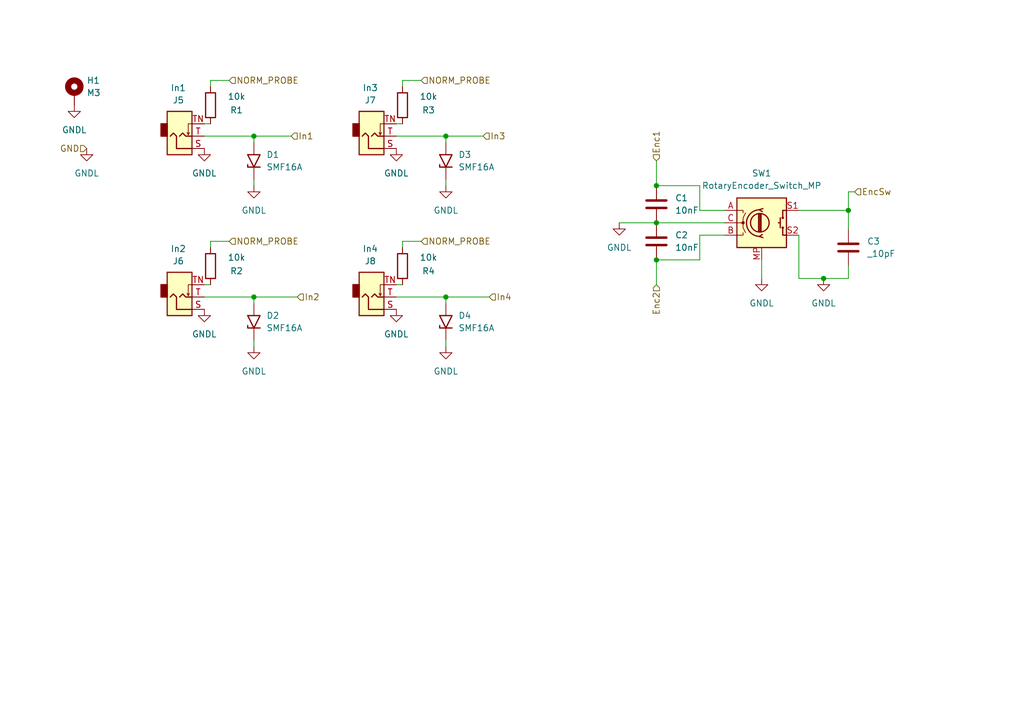
<source format=kicad_sch>
(kicad_sch (version 20250114) (generator "eeschema") (generator_version "9.0")
  (paper "A5")
  (title_block (title "Esper") (date "2025-05-13") (rev "1") (company "Sonic803"))
  (lib_symbols
    (symbol "Library:AudioJack2_SwitchT"
      (property "Reference" "J" (at 0 8.89 0))
      (property "Value" "AudioJack2_SwitchT" (at 0 6.35 0))
      (symbol "AudioJack2_SwitchT_0_1"
        (rectangle (start -2.54 0) (end -3.81 -2.54) (stroke (width 0.254)) (fill (type outline)))
        (polyline (pts (xy 0 0) (xy 0.635 -0.635) (xy 1.27 0) (xy 2.54 0)) (stroke (width 0.254)))
        (polyline (pts (xy 1.778 -0.254) (xy 2.032 -0.762)))
        (rectangle (start 2.54 3.81) (end -2.54 -5.08) (stroke (width 0.254)) (fill (type background)))
        (polyline (pts (xy 2.54 2.54) (xy -0.635 2.54) (xy -0.635 0) (xy -1.27 -0.635) (xy -1.905 0)) (stroke (width 0.254)))
        (polyline (pts (xy 2.54 -2.54) (xy 1.778 -2.54) (xy 1.778 -0.254) (xy 1.524 -0.762)))
      )
      (symbol "AudioJack2_SwitchT_1_1"
        (pin passive line (at 5.08 2.54 180) (length 2.54) (name "~") (number "S"))
        (pin passive line (at 5.08 0 180) (length 2.54) (name "~") (number "T"))
        (pin passive line (at 5.08 -2.54 180) (length 2.54) (name "~") (number "TN"))
      )
    )
    (symbol "Library:C" (pin_numbers (hide yes)) (pin_names (offset 0.254))
      (property "Reference" "C" (at 0.635 2.54 0))
      (property "Value" "C" (at 0.635 -2.54 0))
      (symbol "C_0_1"
        (polyline (pts (xy -2.032 0.762) (xy 2.032 0.762)) (stroke (width 0.508)))
        (polyline (pts (xy -2.032 -0.762) (xy 2.032 -0.762)) (stroke (width 0.508)))
      )
      (symbol "C_1_1"
        (pin passive line (at 0 3.81 270) (length 2.794) (name "~") (number "1"))
        (pin passive line (at 0 -3.81 90) (length 2.794) (name "~") (number "2"))
      )
    )
    (symbol "Library:GNDL" (in_bom no) (on_board no)
      (property "Value" "GNDL" (at 0 0 0))
      (symbol "GNDL_1_1"
        (polyline (pts (xy 0 0) (xy 0 -1.27) (xy 1.27 -1.27) (xy 0 -2.54) (xy -1.27 -1.27) (xy 0 -1.27)))
        (pin power_in line (at 0 0 270) (length 0) (hide yes) (name "GNDL") (number "1"))
      )
    )
    (symbol "Library:MountingHole_Pad" (pin_numbers (hide yes)) (pin_names (offset 1.016) (hide yes)) (in_bom no)
      (property "Reference" "H" (at 0 6.35 0))
      (property "Value" "MountingHole_Pad" (at 0 4.445 0))
      (symbol "MountingHole_Pad_0_1"
        (circle (center 0 1.27) (radius 1.27) (stroke (width 1.27)))
      )
      (symbol "MountingHole_Pad_1_1"
        (pin input line (at 0 -2.54 90) (length 2.54) (name "1") (number "1"))
      )
    )
    (symbol "Library:R" (pin_numbers (hide yes)) (pin_names (offset 0))
      (property "Reference" "R" (at 2.032 0 90))
      (property "Value" "R" (at 0 0 90))
      (symbol "R_0_1"
        (rectangle (start -1.016 -2.54) (end 1.016 2.54) (stroke (width 0.254)))
      )
      (symbol "R_1_1"
        (pin passive line (at 0 3.81 270) (length 1.27) (name "~") (number "1"))
        (pin passive line (at 0 -3.81 90) (length 1.27) (name "~") (number "2"))
      )
    )
    (symbol "Library:RotaryEncoder_Switch_MP" (pin_names (offset 0.254) (hide yes))
      (property "Reference" "SW" (at 0 8.89 0))
      (property "Value" "RotaryEncoder_Switch_MP" (at 0 6.35 0))
      (symbol "RotaryEncoder_Switch_MP_0_1"
        (rectangle (start -5.08 5.08) (end 5.08 -5.08) (stroke (width 0.254)) (fill (type background)))
        (polyline (pts (xy -5.08 2.54) (xy -3.81 2.54) (xy -3.81 2.032)))
        (polyline (pts (xy -5.08 0) (xy -3.81 0) (xy -3.81 -1.016) (xy -3.302 -2.032)))
        (polyline (pts (xy -5.08 -2.54) (xy -3.81 -2.54) (xy -3.81 -2.032)))
        (polyline (pts (xy -4.318 0) (xy -3.81 0) (xy -3.81 1.016) (xy -3.302 2.032)))
        (circle (center -3.81 0) (radius 0.254) (fill (type outline)))
        (polyline (pts (xy -0.635 -1.778) (xy -0.635 1.778)) (stroke (width 0.254)))
        (circle (center -0.381 0) (radius 1.905) (stroke (width 0.254)))
        (polyline (pts (xy -0.381 -1.778) (xy -0.381 1.778)) (stroke (width 0.254)))
        (arc (start -0.381 -2.794) (mid -3.0988 -0.0635) (end -0.381 2.667) (stroke (width 0.254)))
        (polyline (pts (xy -0.127 1.778) (xy -0.127 -1.778)) (stroke (width 0.254)))
        (polyline (pts (xy 0.254 2.921) (xy -0.508 2.667) (xy 0.127 2.286)) (stroke (width 0.254)))
        (polyline (pts (xy 0.254 -3.048) (xy -0.508 -2.794) (xy 0.127 -2.413)) (stroke (width 0.254)))
        (polyline (pts (xy 3.81 1.016) (xy 3.81 -1.016)) (stroke (width 0.254)))
        (polyline (pts (xy 3.81 0) (xy 3.429 0)) (stroke (width 0.254)))
        (circle (center 4.318 1.016) (radius 0.127) (stroke (width 0.254)))
        (circle (center 4.318 -1.016) (radius 0.127) (stroke (width 0.254)))
        (polyline (pts (xy 5.08 2.54) (xy 4.318 2.54) (xy 4.318 1.016)) (stroke (width 0.254)))
        (polyline (pts (xy 5.08 -2.54) (xy 4.318 -2.54) (xy 4.318 -1.016)) (stroke (width 0.254)))
      )
      (symbol "RotaryEncoder_Switch_MP_1_1"
        (pin passive line (at -7.62 2.54 0) (length 2.54) (name "A") (number "A"))
        (pin passive line (at -7.62 0 0) (length 2.54) (name "C") (number "C"))
        (pin passive line (at -7.62 -2.54 0) (length 2.54) (name "B") (number "B"))
        (pin passive line (at 0 -7.62 90) (length 2.54) (name "MP") (number "MP"))
        (pin passive line (at 7.62 2.54 180) (length 2.54) (name "S1") (number "S1"))
        (pin passive line (at 7.62 -2.54 180) (length 2.54) (name "S2") (number "S2"))
      )
    )
    (symbol "Library:SMF16A" (pin_numbers (hide yes)) (pin_names (offset 1.016) (hide yes))
      (property "Reference" "D" (at 0 2.54 0))
      (property "Value" "SMF16A" (at 0 -2.54 0))
      (symbol "SMF16A_0_1"
        (polyline (pts (xy -0.762 1.27) (xy -1.27 1.27) (xy -1.27 -1.27)) (stroke (width 0.254)))
        (polyline (pts (xy 1.27 1.27) (xy 1.27 -1.27) (xy -1.27 0) (xy 1.27 1.27)) (stroke (width 0.254)))
      )
      (symbol "SMF16A_1_1"
        (pin passive line (at -3.81 0 0) (length 2.54) (name "A1") (number "1"))
        (pin passive line (at 3.81 0 180) (length 2.54) (name "A2") (number "2"))
      )
    )
  )
  (junction (at 52.07 27.94))
  (junction (at 134.62 53.34))
  (junction (at 52.07 60.96))
  (junction (at 168.91 57.15))
  (junction (at 173.99 43.18))
  (junction (at 91.44 27.94))
  (junction (at 91.44 60.96))
  (junction (at 134.62 38.1))
  (junction (at 134.62 45.72))
  (wire (pts (xy 82.55 17.78) (xy 82.55 16.51)))
  (wire (pts (xy 82.55 49.53) (xy 86.36 49.53)))
  (wire (pts (xy 156.21 57.15) (xy 156.21 53.34)))
  (wire (pts (xy 143.51 48.26) (xy 143.51 53.34)))
  (wire (pts (xy 43.18 25.4) (xy 41.91 25.4)))
  (wire (pts (xy 43.18 17.78) (xy 43.18 16.51)))
  (wire (pts (xy 91.44 29.21) (xy 91.44 27.94)))
  (wire (pts (xy 82.55 58.42) (xy 81.28 58.42)))
  (wire (pts (xy 43.18 49.53) (xy 46.99 49.53)))
  (wire (pts (xy 52.07 62.23) (xy 52.07 60.96)))
  (wire (pts (xy 43.18 16.51) (xy 46.99 16.51)))
  (wire (pts (xy 163.83 43.18) (xy 173.99 43.18)))
  (wire (pts (xy 52.07 60.96) (xy 60.96 60.96)))
  (wire (pts (xy 134.62 53.34) (xy 134.62 58.42)))
  (wire (pts (xy 91.44 69.85) (xy 91.44 71.12)))
  (wire (pts (xy 43.18 58.42) (xy 41.91 58.42)))
  (wire (pts (xy 52.07 36.83) (xy 52.07 38.1)))
  (wire (pts (xy 134.62 33.02) (xy 134.62 38.1)))
  (wire (pts (xy 41.91 27.94) (xy 52.07 27.94)))
  (wire (pts (xy 52.07 69.85) (xy 52.07 71.12)))
  (wire (pts (xy 173.99 57.15) (xy 173.99 54.61)))
  (wire (pts (xy 81.28 27.94) (xy 91.44 27.94)))
  (wire (pts (xy 82.55 50.8) (xy 82.55 49.53)))
  (wire (pts (xy 82.55 16.51) (xy 86.36 16.51)))
  (wire (pts (xy 168.91 57.15) (xy 173.99 57.15)))
  (wire (pts (xy 91.44 36.83) (xy 91.44 38.1)))
  (wire (pts (xy 91.44 27.94) (xy 99.06 27.94)))
  (wire (pts (xy 52.07 29.21) (xy 52.07 27.94)))
  (wire (pts (xy 134.62 45.72) (xy 148.59 45.72)))
  (wire (pts (xy 143.51 43.18) (xy 148.59 43.18)))
  (wire (pts (xy 91.44 60.96) (xy 100.33 60.96)))
  (wire (pts (xy 127 45.72) (xy 134.62 45.72)))
  (wire (pts (xy 91.44 62.23) (xy 91.44 60.96)))
  (wire (pts (xy 173.99 43.18) (xy 173.99 46.99)))
  (wire (pts (xy 81.28 60.96) (xy 91.44 60.96)))
  (wire (pts (xy 143.51 48.26) (xy 148.59 48.26)))
  (wire (pts (xy 41.91 60.96) (xy 52.07 60.96)))
  (wire (pts (xy 52.07 27.94) (xy 59.69 27.94)))
  (wire (pts (xy 143.51 38.1) (xy 143.51 43.18)))
  (wire (pts (xy 43.18 50.8) (xy 43.18 49.53)))
  (wire (pts (xy 175.26 39.37) (xy 173.99 39.37)))
  (wire (pts (xy 173.99 39.37) (xy 173.99 43.18)))
  (wire (pts (xy 143.51 53.34) (xy 134.62 53.34)))
  (wire (pts (xy 82.55 25.4) (xy 81.28 25.4)))
  (wire (pts (xy 163.83 48.26) (xy 163.83 57.15)))
  (wire (pts (xy 134.62 38.1) (xy 143.51 38.1)))
  (wire (pts (xy 163.83 57.15) (xy 168.91 57.15)))
  (hierarchical_label "NORM_PROBE" (shape input) (at 86.36 16.51 0))
  (hierarchical_label "NORM_PROBE" (shape input) (at 46.99 16.51 0))
  (hierarchical_label "GND" (shape input) (at 17.78 30.48 180))
  (hierarchical_label "EncSw" (shape input) (at 175.26 39.37 0))
  (hierarchical_label "Enc1" (shape input) (at 134.62 33.02 90))
  (hierarchical_label "Enc2" (shape input) (at 134.62 58.42 270))
  (hierarchical_label "NORM_PROBE" (shape input) (at 46.99 49.53 0))
  (hierarchical_label "In1" (shape input) (at 59.69 27.94 0))
  (hierarchical_label "In4" (shape input) (at 100.33 60.96 0))
  (hierarchical_label "In3" (shape input) (at 99.06 27.94 0))
  (hierarchical_label "In2" (shape input) (at 60.96 60.96 0))
  (hierarchical_label "NORM_PROBE" (shape input) (at 86.36 49.53 0))
  (symbol (lib_id "Library:C") (at 134.62 41.91 0) (unit 1)
    (property "Reference" "C1" (at 138.43 40.6399 0) (effects (justify left)))
    (property "Value" "10nF" (at 138.43 43.1799 0) (effects (justify left)))
    (property "Footprint" "Capacitor_SMD:C_0603_1608Metric" (effects (hide yes)))
    (property "Description" "Unpolarized capacitor" (effects (hide yes)))
  )
  (symbol (lib_id "Library:SMF16A") (at 52.07 66.04 90) (unit 1)
    (property "Reference" "D2" (at 54.61 64.7699 90) (effects (justify right)))
    (property "Value" "SMF16A" (at 54.61 67.3099 90) (effects (justify right)))
    (property "Footprint" "Diode_SMD:D_SMF" (effects (hide yes)))
    (property "Datasheet" "https://www.vishay.com/doc?85881" (effects (hide yes)))
    (property "Description" "200W unidirectional Transil Transient Voltage Suppressor, 16Vrwm, SMF" (effects (hide yes)))
  )
  (symbol (lib_id "Library:GNDL") (at 41.91 30.48 0) (unit 1) (in_bom no) (on_board no)
    (property "Reference" "#PWR11" (effects (hide yes)))
    (property "Value" "GNDL" (at 41.91 35.56 0))
  )
  (symbol (lib_id "Library:R") (at 82.55 54.61 180) (unit 1)
    (property "Reference" "R4" (at 87.884 55.626 0))
    (property "Value" "10k" (at 87.884 52.832 0))
    (property "Footprint" "Resistor_SMD:R_0603_1608Metric" (effects (hide yes)))
    (property "Description" "Resistor" (effects (hide yes)))
  )
  (symbol (lib_id "Library:RotaryEncoder_Switch_MP") (at 156.21 45.72 0) (unit 1)
    (property "Reference" "SW1" (at 156.21 35.56 0))
    (property "Value" "RotaryEncoder_Switch_MP" (at 156.21 38.1 0))
    (property "Footprint" "Custom:RotaryEncoder_Switch" (effects (hide yes)))
    (property "Description" "Rotary encoder, dual channel, incremental quadrate outputs, with switch and MP Pin" (effects (hide yes)))
  )
  (symbol (lib_id "Library:SMF16A") (at 91.44 33.02 90) (unit 1)
    (property "Reference" "D3" (at 93.98 31.7499 90) (effects (justify right)))
    (property "Value" "SMF16A" (at 93.98 34.2899 90) (effects (justify right)))
    (property "Footprint" "Diode_SMD:D_SMF" (effects (hide yes)))
    (property "Datasheet" "https://www.vishay.com/doc?85881" (effects (hide yes)))
    (property "Description" "200W unidirectional Transil Transient Voltage Suppressor, 16Vrwm, SMF" (effects (hide yes)))
  )
  (symbol (lib_id "Library:AudioJack2_SwitchT") (at 36.83 60.96 0) (mirror x) (unit 1)
    (property "Reference" "J6" (at 36.576 53.594 0))
    (property "Value" "In2" (at 36.576 51.054 0))
    (property "Footprint" "Custom:Jack" (effects (hide yes)))
    (property "Description" "Audio Jack, 2 Poles (Mono / TS), Switched T Pole (Normalling)" (effects (hide yes)))
  )
  (symbol (lib_id "Library:R") (at 43.18 21.59 180) (unit 1)
    (property "Reference" "R1" (at 48.514 22.606 0))
    (property "Value" "10k" (at 48.514 19.812 0))
    (property "Footprint" "Resistor_SMD:R_0603_1608Metric" (effects (hide yes)))
    (property "Description" "Resistor" (effects (hide yes)))
  )
  (symbol (lib_id "Library:GNDL") (at 52.07 38.1 0) (unit 1) (in_bom no) (on_board no)
    (property "Reference" "#PWR13" (effects (hide yes)))
    (property "Value" "GNDL" (at 52.07 43.18 0))
  )
  (symbol (lib_id "Library:AudioJack2_SwitchT") (at 76.2 60.96 0) (mirror x) (unit 1)
    (property "Reference" "J8" (at 75.946 53.594 0))
    (property "Value" "In4" (at 75.946 51.054 0))
    (property "Footprint" "Custom:Jack" (effects (hide yes)))
    (property "Description" "Audio Jack, 2 Poles (Mono / TS), Switched T Pole (Normalling)" (effects (hide yes)))
  )
  (symbol (lib_id "Library:GNDL") (at 91.44 71.12 0) (unit 1) (in_bom no) (on_board no)
    (property "Reference" "#PWR18" (effects (hide yes)))
    (property "Value" "GNDL" (at 91.44 76.2 0))
  )
  (symbol (lib_id "Library:C") (at 173.99 50.8 0) (unit 1)
    (property "Reference" "C3" (at 177.8 49.5299 0) (effects (justify left)))
    (property "Value" "_10pF" (at 177.8 52.0699 0) (effects (justify left)))
    (property "Footprint" "Capacitor_SMD:C_0603_1608Metric" (effects (hide yes)))
    (property "Description" "Unpolarized capacitor" (effects (hide yes)))
  )
  (symbol (lib_id "Library:R") (at 82.55 21.59 180) (unit 1)
    (property "Reference" "R3" (at 87.884 22.606 0))
    (property "Value" "10k" (at 87.884 19.812 0))
    (property "Footprint" "Resistor_SMD:R_0603_1608Metric" (effects (hide yes)))
    (property "Description" "Resistor" (effects (hide yes)))
  )
  (symbol (lib_id "Library:SMF16A") (at 91.44 66.04 90) (unit 1)
    (property "Reference" "D4" (at 93.98 64.7699 90) (effects (justify right)))
    (property "Value" "SMF16A" (at 93.98 67.3099 90) (effects (justify right)))
    (property "Footprint" "Diode_SMD:D_SMF" (effects (hide yes)))
    (property "Datasheet" "https://www.vishay.com/doc?85881" (effects (hide yes)))
    (property "Description" "200W unidirectional Transil Transient Voltage Suppressor, 16Vrwm, SMF" (effects (hide yes)))
  )
  (symbol (lib_id "Library:GNDL") (at 156.21 57.15 0) (unit 1) (in_bom no) (on_board no)
    (property "Reference" "#PWR59" (effects (hide yes)))
    (property "Value" "GNDL" (at 156.21 62.23 0))
  )
  (symbol (lib_id "Library:GNDL") (at 168.91 57.15 0) (unit 1) (in_bom no) (on_board no)
    (property "Reference" "#PWR20" (effects (hide yes)))
    (property "Value" "GNDL" (at 168.91 62.23 0))
  )
  (symbol (lib_id "Library:R") (at 43.18 54.61 180) (unit 1)
    (property "Reference" "R2" (at 48.514 55.626 0))
    (property "Value" "10k" (at 48.514 52.832 0))
    (property "Footprint" "Resistor_SMD:R_0603_1608Metric" (effects (hide yes)))
    (property "Description" "Resistor" (effects (hide yes)))
  )
  (symbol (lib_id "Library:GNDL") (at 81.28 30.48 0) (unit 1) (in_bom no) (on_board no)
    (property "Reference" "#PWR15" (effects (hide yes)))
    (property "Value" "GNDL" (at 81.28 35.56 0))
  )
  (symbol (lib_id "Library:SMF16A") (at 52.07 33.02 90) (unit 1)
    (property "Reference" "D1" (at 54.61 31.7499 90) (effects (justify right)))
    (property "Value" "SMF16A" (at 54.61 34.2899 90) (effects (justify right)))
    (property "Footprint" "Diode_SMD:D_SMF" (effects (hide yes)))
    (property "Datasheet" "https://www.vishay.com/doc?85881" (effects (hide yes)))
    (property "Description" "200W unidirectional Transil Transient Voltage Suppressor, 16Vrwm, SMF" (effects (hide yes)))
  )
  (symbol (lib_id "Library:MountingHole_Pad") (at 15.24 19.05 0) (unit 1) (exclude_from_sim yes) (in_bom no)
    (property "Reference" "H1" (at 17.78 16.5099 0) (effects (justify left)))
    (property "Value" "M3" (at 17.78 19.0499 0) (effects (justify left)))
    (property "Footprint" "MountingHole:MountingHole_3.2mm_M3_Pad" (effects (hide yes)))
    (property "Description" "Mounting Hole with connection" (effects (hide yes)))
  )
  (symbol (lib_id "Library:GNDL") (at 52.07 71.12 0) (unit 1) (in_bom no) (on_board no)
    (property "Reference" "#PWR14" (effects (hide yes)))
    (property "Value" "GNDL" (at 52.07 76.2 0))
  )
  (symbol (lib_id "Library:C") (at 134.62 49.53 0) (unit 1)
    (property "Reference" "C2" (at 138.43 48.2599 0) (effects (justify left)))
    (property "Value" "10nF" (at 138.43 50.7999 0) (effects (justify left)))
    (property "Footprint" "Capacitor_SMD:C_0603_1608Metric" (effects (hide yes)))
    (property "Description" "Unpolarized capacitor" (effects (hide yes)))
  )
  (symbol (lib_id "Library:GNDL") (at 91.44 38.1 0) (unit 1) (in_bom no) (on_board no)
    (property "Reference" "#PWR17" (effects (hide yes)))
    (property "Value" "GNDL" (at 91.44 43.18 0))
  )
  (symbol (lib_id "Library:GNDL") (at 81.28 63.5 0) (unit 1) (in_bom no) (on_board no)
    (property "Reference" "#PWR16" (effects (hide yes)))
    (property "Value" "GNDL" (at 81.28 68.58 0))
  )
  (symbol (lib_id "Library:GNDL") (at 41.91 63.5 0) (unit 1) (in_bom no) (on_board no)
    (property "Reference" "#PWR12" (effects (hide yes)))
    (property "Value" "GNDL" (at 41.91 68.58 0))
  )
  (symbol (lib_id "Library:GNDL") (at 15.24 21.59 0) (unit 1) (in_bom no) (on_board no)
    (property "Reference" "#PWR9" (effects (hide yes)))
    (property "Value" "GNDL" (at 15.24 26.67 0))
  )
  (symbol (lib_id "Library:GNDL") (at 17.78 30.48 0) (unit 1) (in_bom no) (on_board no)
    (property "Reference" "#PWR10" (effects (hide yes)))
    (property "Value" "GNDL" (at 17.78 35.56 0))
  )
  (symbol (lib_id "Library:AudioJack2_SwitchT") (at 36.83 27.94 0) (mirror x) (unit 1)
    (property "Reference" "J5" (at 36.576 20.574 0))
    (property "Value" "In1" (at 36.576 18.034 0))
    (property "Footprint" "Custom:Jack" (effects (hide yes)))
    (property "Description" "Audio Jack, 2 Poles (Mono / TS), Switched T Pole (Normalling)" (effects (hide yes)))
  )
  (symbol (lib_id "Library:AudioJack2_SwitchT") (at 76.2 27.94 0) (mirror x) (unit 1)
    (property "Reference" "J7" (at 75.946 20.574 0))
    (property "Value" "In3" (at 75.946 18.034 0))
    (property "Footprint" "Custom:Jack" (effects (hide yes)))
    (property "Description" "Audio Jack, 2 Poles (Mono / TS), Switched T Pole (Normalling)" (effects (hide yes)))
  )
  (symbol (lib_id "Library:GNDL") (at 127 45.72 0) (unit 1) (in_bom no) (on_board no)
    (property "Reference" "#PWR19" (effects (hide yes)))
    (property "Value" "GNDL" (at 127 50.8 0))
  )
)
</source>
